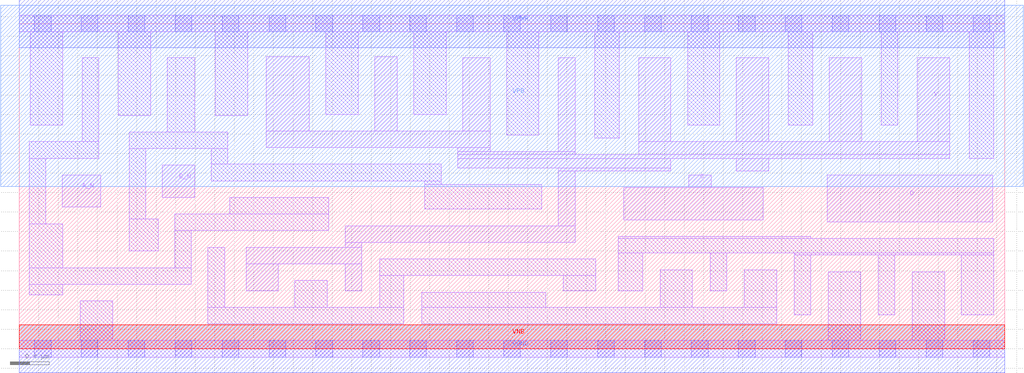
<source format=lef>
# Copyright 2020 The SkyWater PDK Authors
#
# Licensed under the Apache License, Version 2.0 (the "License");
# you may not use this file except in compliance with the License.
# You may obtain a copy of the License at
#
#     https://www.apache.org/licenses/LICENSE-2.0
#
# Unless required by applicable law or agreed to in writing, software
# distributed under the License is distributed on an "AS IS" BASIS,
# WITHOUT WARRANTIES OR CONDITIONS OF ANY KIND, either express or implied.
# See the License for the specific language governing permissions and
# limitations under the License.
#
# SPDX-License-Identifier: Apache-2.0

VERSION 5.7 ;
  NOWIREEXTENSIONATPIN ON ;
  DIVIDERCHAR "/" ;
  BUSBITCHARS "[]" ;
MACRO sky130_fd_sc_ls__nand4bb_4
  CLASS CORE ;
  FOREIGN sky130_fd_sc_ls__nand4bb_4 ;
  ORIGIN  0.000000  0.000000 ;
  SIZE  10.08000 BY  3.330000 ;
  SYMMETRY X Y ;
  SITE unit ;
  PIN A_N
    ANTENNAGATEAREA  0.363000 ;
    DIRECTION INPUT ;
    USE SIGNAL ;
    PORT
      LAYER li1 ;
        RECT 0.440000 1.450000 0.835000 1.780000 ;
    END
  END A_N
  PIN B_N
    ANTENNAGATEAREA  0.363000 ;
    DIRECTION INPUT ;
    USE SIGNAL ;
    PORT
      LAYER li1 ;
        RECT 1.465000 1.550000 1.795000 1.880000 ;
    END
  END B_N
  PIN C
    ANTENNAGATEAREA  1.116000 ;
    DIRECTION INPUT ;
    USE SIGNAL ;
    PORT
      LAYER li1 ;
        RECT 6.185000 1.320000 7.610000 1.650000 ;
        RECT 6.845000 1.650000 7.075000 1.780000 ;
    END
  END C
  PIN D
    ANTENNAGATEAREA  1.116000 ;
    DIRECTION INPUT ;
    USE SIGNAL ;
    PORT
      LAYER li1 ;
        RECT 8.265000 1.300000 9.955000 1.780000 ;
    END
  END D
  PIN VNB
    PORT
      LAYER pwell ;
        RECT 0.000000 0.000000 10.080000 0.245000 ;
    END
  END VNB
  PIN VPB
    PORT
      LAYER nwell ;
        RECT -0.190000 1.660000 10.270000 3.520000 ;
    END
  END VPB
  PIN Y
    ANTENNADIFFAREA  3.236100 ;
    DIRECTION OUTPUT ;
    USE SIGNAL ;
    PORT
      LAYER li1 ;
        RECT 2.320000 0.595000 2.650000 0.870000 ;
        RECT 2.320000 0.870000 3.505000 1.040000 ;
        RECT 2.525000 2.060000 4.815000 2.230000 ;
        RECT 2.525000 2.230000 2.965000 2.990000 ;
        RECT 3.335000 0.595000 3.505000 0.870000 ;
        RECT 3.335000 1.040000 3.505000 1.090000 ;
        RECT 3.335000 1.090000 5.685000 1.260000 ;
        RECT 3.635000 2.230000 3.865000 2.990000 ;
        RECT 4.485000 1.850000 6.665000 1.950000 ;
        RECT 4.485000 1.950000 9.515000 1.990000 ;
        RECT 4.485000 1.990000 5.685000 2.020000 ;
        RECT 4.485000 2.020000 4.815000 2.060000 ;
        RECT 4.535000 2.230000 4.815000 2.980000 ;
        RECT 5.515000 1.260000 5.685000 1.820000 ;
        RECT 5.515000 1.820000 6.665000 1.850000 ;
        RECT 5.515000 2.020000 5.685000 2.980000 ;
        RECT 6.335000 1.990000 9.515000 2.120000 ;
        RECT 6.335000 2.120000 6.665000 2.980000 ;
        RECT 7.335000 1.820000 7.665000 1.950000 ;
        RECT 7.335000 2.120000 7.665000 2.980000 ;
        RECT 8.285000 2.120000 8.615000 2.980000 ;
        RECT 9.185000 2.120000 9.515000 2.980000 ;
    END
  END Y
  PIN VGND
    DIRECTION INOUT ;
    SHAPE ABUTMENT ;
    USE GROUND ;
    PORT
      LAYER met1 ;
        RECT 0.000000 -0.245000 10.080000 0.245000 ;
    END
  END VGND
  PIN VPWR
    DIRECTION INOUT ;
    SHAPE ABUTMENT ;
    USE POWER ;
    PORT
      LAYER met1 ;
        RECT 0.000000 3.085000 10.080000 3.575000 ;
    END
  END VPWR
  OBS
    LAYER li1 ;
      RECT 0.000000 -0.085000 10.080000 0.085000 ;
      RECT 0.000000  3.245000 10.080000 3.415000 ;
      RECT 0.100000  0.550000  0.445000 0.660000 ;
      RECT 0.100000  0.660000  1.760000 0.830000 ;
      RECT 0.100000  0.830000  0.445000 1.280000 ;
      RECT 0.100000  1.280000  0.270000 1.950000 ;
      RECT 0.100000  1.950000  0.815000 2.120000 ;
      RECT 0.115000  2.290000  0.445000 3.245000 ;
      RECT 0.625000  0.085000  0.955000 0.490000 ;
      RECT 0.645000  2.120000  0.815000 2.980000 ;
      RECT 1.015000  2.390000  1.345000 3.245000 ;
      RECT 1.125000  1.000000  1.420000 1.330000 ;
      RECT 1.125000  1.330000  1.295000 2.050000 ;
      RECT 1.125000  2.050000  2.135000 2.220000 ;
      RECT 1.515000  2.220000  1.795000 2.980000 ;
      RECT 1.590000  0.830000  1.760000 1.210000 ;
      RECT 1.590000  1.210000  3.165000 1.380000 ;
      RECT 1.930000  0.255000  3.935000 0.425000 ;
      RECT 1.930000  0.425000  2.100000 1.040000 ;
      RECT 1.965000  1.720000  4.315000 1.890000 ;
      RECT 1.965000  1.890000  2.135000 2.050000 ;
      RECT 2.005000  2.390000  2.335000 3.245000 ;
      RECT 2.155000  1.380000  3.165000 1.550000 ;
      RECT 2.820000  0.425000  3.150000 0.700000 ;
      RECT 3.135000  2.400000  3.465000 3.245000 ;
      RECT 3.685000  0.425000  3.935000 0.750000 ;
      RECT 3.685000  0.750000  5.895000 0.920000 ;
      RECT 4.035000  2.400000  4.365000 3.245000 ;
      RECT 4.115000  0.255000  7.745000 0.425000 ;
      RECT 4.115000  0.425000  5.385000 0.580000 ;
      RECT 4.145000  1.430000  5.345000 1.680000 ;
      RECT 4.145000  1.680000  4.315000 1.720000 ;
      RECT 4.985000  2.190000  5.315000 3.245000 ;
      RECT 5.565000  0.595000  5.895000 0.750000 ;
      RECT 5.885000  2.160000  6.135000 3.245000 ;
      RECT 6.125000  0.595000  6.375000 0.980000 ;
      RECT 6.125000  0.980000  9.965000 1.130000 ;
      RECT 6.125000  1.130000  8.095000 1.150000 ;
      RECT 6.555000  0.425000  6.885000 0.810000 ;
      RECT 6.835000  2.290000  7.165000 3.245000 ;
      RECT 7.065000  0.595000  7.235000 0.980000 ;
      RECT 7.415000  0.425000  7.745000 0.810000 ;
      RECT 7.865000  2.290000  8.115000 3.245000 ;
      RECT 7.925000  0.350000  8.095000 0.960000 ;
      RECT 7.925000  0.960000  9.965000 0.980000 ;
      RECT 8.275000  0.085000  8.605000 0.790000 ;
      RECT 8.785000  0.350000  8.955000 0.960000 ;
      RECT 8.815000  2.290000  8.985000 3.245000 ;
      RECT 9.135000  0.085000  9.465000 0.790000 ;
      RECT 9.635000  0.350000  9.965000 0.960000 ;
      RECT 9.715000  1.950000  9.965000 3.245000 ;
    LAYER mcon ;
      RECT 0.155000 -0.085000 0.325000 0.085000 ;
      RECT 0.155000  3.245000 0.325000 3.415000 ;
      RECT 0.635000 -0.085000 0.805000 0.085000 ;
      RECT 0.635000  3.245000 0.805000 3.415000 ;
      RECT 1.115000 -0.085000 1.285000 0.085000 ;
      RECT 1.115000  3.245000 1.285000 3.415000 ;
      RECT 1.595000 -0.085000 1.765000 0.085000 ;
      RECT 1.595000  3.245000 1.765000 3.415000 ;
      RECT 2.075000 -0.085000 2.245000 0.085000 ;
      RECT 2.075000  3.245000 2.245000 3.415000 ;
      RECT 2.555000 -0.085000 2.725000 0.085000 ;
      RECT 2.555000  3.245000 2.725000 3.415000 ;
      RECT 3.035000 -0.085000 3.205000 0.085000 ;
      RECT 3.035000  3.245000 3.205000 3.415000 ;
      RECT 3.515000 -0.085000 3.685000 0.085000 ;
      RECT 3.515000  3.245000 3.685000 3.415000 ;
      RECT 3.995000 -0.085000 4.165000 0.085000 ;
      RECT 3.995000  3.245000 4.165000 3.415000 ;
      RECT 4.475000 -0.085000 4.645000 0.085000 ;
      RECT 4.475000  3.245000 4.645000 3.415000 ;
      RECT 4.955000 -0.085000 5.125000 0.085000 ;
      RECT 4.955000  3.245000 5.125000 3.415000 ;
      RECT 5.435000 -0.085000 5.605000 0.085000 ;
      RECT 5.435000  3.245000 5.605000 3.415000 ;
      RECT 5.915000 -0.085000 6.085000 0.085000 ;
      RECT 5.915000  3.245000 6.085000 3.415000 ;
      RECT 6.395000 -0.085000 6.565000 0.085000 ;
      RECT 6.395000  3.245000 6.565000 3.415000 ;
      RECT 6.875000 -0.085000 7.045000 0.085000 ;
      RECT 6.875000  3.245000 7.045000 3.415000 ;
      RECT 7.355000 -0.085000 7.525000 0.085000 ;
      RECT 7.355000  3.245000 7.525000 3.415000 ;
      RECT 7.835000 -0.085000 8.005000 0.085000 ;
      RECT 7.835000  3.245000 8.005000 3.415000 ;
      RECT 8.315000 -0.085000 8.485000 0.085000 ;
      RECT 8.315000  3.245000 8.485000 3.415000 ;
      RECT 8.795000 -0.085000 8.965000 0.085000 ;
      RECT 8.795000  3.245000 8.965000 3.415000 ;
      RECT 9.275000 -0.085000 9.445000 0.085000 ;
      RECT 9.275000  3.245000 9.445000 3.415000 ;
      RECT 9.755000 -0.085000 9.925000 0.085000 ;
      RECT 9.755000  3.245000 9.925000 3.415000 ;
  END
END sky130_fd_sc_ls__nand4bb_4
END LIBRARY

</source>
